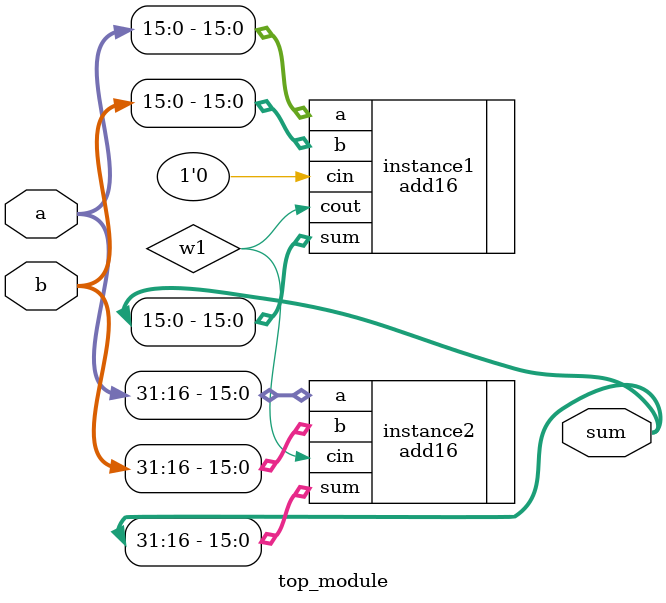
<source format=sv>
module top_module(
    input  logic [31:0] a,
    input  logic [31:0] b,
    output logic [31:0] sum
);
    logic w1;

    add16 instance1 (.a(a[15:0]), .b(b[15:0]), .cin(1'b0), .sum(sum[15:0]), .cout(w1));
    add16 instance2 (.a(a[31:16]), .b(b[31:16]), .cin(w1), .sum(sum[31:16]));

endmodule
</source>
